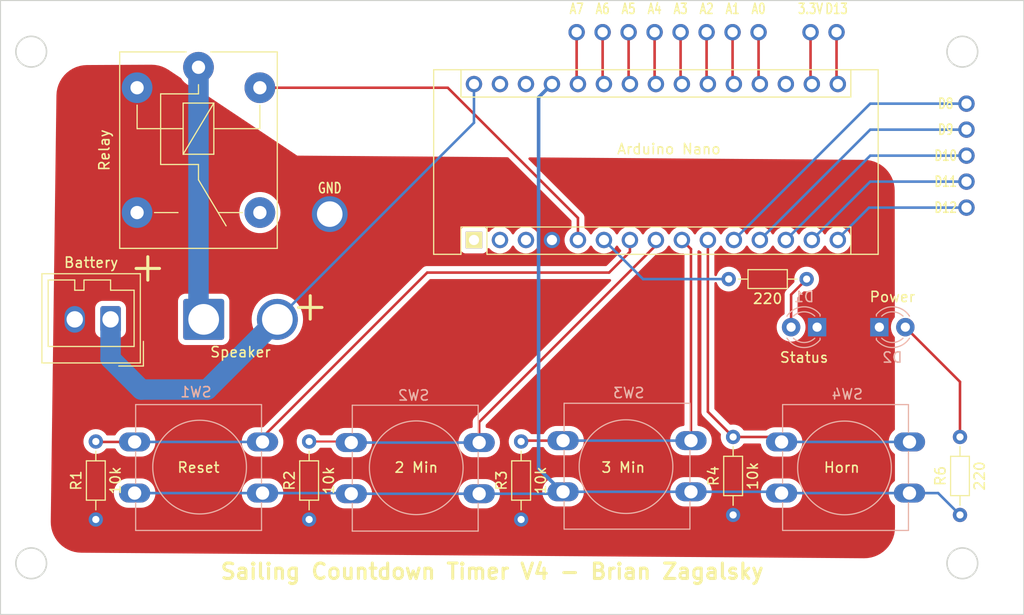
<source format=kicad_pcb>
(kicad_pcb (version 20221018) (generator pcbnew)
  (layers (0 "F.Cu" signal) (31 "B.Cu" signal) (34 "B.Paste" user) (35 "F.Paste" user) (36 "B.SilkS" user "B.Silkscreen") (37 "F.SilkS" user "F.Silkscreen") (38 "B.Mask" user) (39 "F.Mask" user) (44 "Edge.Cuts" user))
  (net 0 "")
  (net 4 "Net-(A1-Pad5)")
  (net 5 "Net-(A1-Pad7)")
  (net 6 "Net-(A1-Pad8)")
  (net 7 "Net-(A1-Pad9)")
  (net 8 "Net-(A1-Pad10)")
  (net 9 "unconnected-(A1-Pad11)")
  (net 10 "unconnected-(A1-Pad12)")
  (net 11 "unconnected-(A1-Pad13)")
  (net 12 "unconnected-(A1-Pad14)")
  (net 13 "unconnected-(A1-Pad15)")
  (net 14 "unconnected-(A1-Pad16)")
  (net 15 "unconnected-(A1-Pad17)")
  (net 17 "unconnected-(A1-Pad19)")
  (net 18 "unconnected-(A1-Pad20)")
  (net 19 "unconnected-(A1-Pad21)")
  (net 20 "unconnected-(A1-Pad22)")
  (net 21 "unconnected-(A1-Pad23)")
  (net 22 "unconnected-(A1-Pad24)")
  (net 23 "unconnected-(A1-Pad25)")
  (net 24 "unconnected-(A1-Pad26)")
  (net 25 "Net-(A1-Pad27)")
  (net 27 "Net-(A1-Pad30)")
  (net 29 "Net-(A1-Pad6)")
  (net 30 "Net-(D1-Pad2)")
  (net 31 "Net-(D2-Pad2)")
  (net 32 "/GND")
  (net 34 "Net-(LS1-Pad1)")
  (footprint "Resistor_THT:R_Axial_DIN0204_L3.6mm_D1.6mm_P7.62mm_Horizontal" (layer "F.Cu") (at 174.677782 101.1555 90)
    (fp_text reference "R4" (at 3.81 -1.92 90) (layer "F.SilkS"))
    (fp_text value "10k" (at 3.81 1.92 90) (layer "F.SilkS"))
    (fp_line (start 0.94 0) (end 1.89 0) (stroke (width 0.12)) (layer "F.SilkS"))
    (fp_line (start 1.89 -0.92) (end 1.89 0.92) (stroke (width 0.12)) (layer "F.SilkS"))
    (fp_line (start 1.89 0.92) (end 5.73 0.92) (stroke (width 0.12)) (layer "F.SilkS"))
    (fp_line (start 5.73 -0.92) (end 1.89 -0.92) (stroke (width 0.12)) (layer "F.SilkS"))
    (fp_line (start 5.73 0.92) (end 5.73 -0.92) (stroke (width 0.12)) (layer "F.SilkS"))
    (fp_line (start 6.68 0) (end 5.73 0) (stroke (width 0.12)) (layer "F.SilkS"))
    (pad "1" thru_hole circle (at 0 0 90) (size 1.4 1.4) (drill 0.7) (layers "*.Cu" "*.Mask") (net 32 "/GND"))
    (pad "2" thru_hole oval (at 7.62 0 90) (size 1.4 1.4) (drill 0.7) (layers "*.Cu" "*.Mask") (net 8 "Net-(A1-Pad10)"))
  )
  (footprint "Arduino_MountingHole:MountingHole_1.2mm" (layer "F.Cu") (at 197.485 63.5 -90)
    (fp_text reference "D9" (at 0 2.032 180) (layer "F.SilkS") (effects (font (size 1 0.75))))
    (fp_text value "MountingHole_1.2mm")
    (pad "" thru_hole circle (at 0 0 270) (size 1.6 1.6) (drill 1) (layers "*.Cu" "*.Mask") (net 10 "unconnected-(A1-Pad12)"))
  )
  (footprint "Arduino_MountingHole:MountingHole_1.2mm" (layer "F.Cu") (at 182.245 53.975)
    (fp_text reference "3.3V" (at 0 -2.286) (layer "F.SilkS") (effects (font (size 1 0.75))))
    (fp_text value "MountingHole_1.2mm")
    (pad "" thru_hole circle (at 0 0) (size 1.6 1.6) (drill 1) (layers "*.Cu" "*.Mask") (net 15 "unconnected-(A1-Pad17)"))
  )
  (footprint "Resistor_THT:R_Axial_DIN0204_L3.6mm_D1.6mm_P7.62mm_Horizontal" (layer "F.Cu") (at 174.244 78.105)
    (fp_text reference "R5")
    (fp_text value "220" (at 3.81 1.92) (layer "F.SilkS"))
    (fp_line (start 0.94 0) (end 1.89 0) (stroke (width 0.12)) (layer "F.SilkS"))
    (fp_line (start 1.89 -0.92) (end 1.89 0.92) (stroke (width 0.12)) (layer "F.SilkS"))
    (fp_line (start 1.89 0.92) (end 5.73 0.92) (stroke (width 0.12)) (layer "F.SilkS"))
    (fp_line (start 5.73 -0.92) (end 1.89 -0.92) (stroke (width 0.12)) (layer "F.SilkS"))
    (fp_line (start 5.73 0.92) (end 5.73 -0.92) (stroke (width 0.12)) (layer "F.SilkS"))
    (fp_line (start 6.68 0) (end 5.73 0) (stroke (width 0.12)) (layer "F.SilkS"))
    (pad "1" thru_hole circle (at 0 0) (size 1.4 1.4) (drill 0.7) (layers "*.Cu" "*.Mask") (net 29 "Net-(A1-Pad6)"))
    (pad "2" thru_hole oval (at 7.62 0) (size 1.4 1.4) (drill 0.7) (layers "*.Cu" "*.Mask") (net 30 "Net-(D1-Pad2)"))
  )
  (footprint "Connector_Wago:Wago_734-132_1x02_P3.50mm_Vertical" (layer "F.Cu") (at 113.836 82.042 180)
    (fp_text reference "V1")
    (fp_text value "Battery" (at 1.9 5.55) (layer "F.SilkS"))
    (fp_line (start -3.21 -4.56) (end -0.8 -4.56) (stroke (width 0.12)) (layer "F.SilkS"))
    (fp_line (start -3.21 -2.15) (end -3.21 -4.56) (stroke (width 0.12)) (layer "F.SilkS"))
    (fp_line (start -2.91 -4.26) (end -2.91 4.46) (stroke (width 0.12)) (layer "F.SilkS"))
    (fp_line (start -2.91 4.46) (end 6.71 4.46) (stroke (width 0.12)) (layer "F.SilkS"))
    (fp_line (start -2.3 -2.65) (end -2.3 2.85) (stroke (width 0.12)) (layer "F.SilkS"))
    (fp_line (start -2.3 2.85) (end 0 2.85) (stroke (width 0.12)) (layer "F.SilkS"))
    (fp_line (start 0 2.85) (end 0 3.85) (stroke (width 0.12)) (layer "F.SilkS"))
    (fp_line (start 0 3.85) (end 2.6 3.85) (stroke (width 0.12)) (layer "F.SilkS"))
    (fp_line (start 2.6 2.85) (end 3.5 2.85) (stroke (width 0.12)) (layer "F.SilkS"))
    (fp_line (start 2.6 3.85) (end 2.6 2.85) (stroke (width 0.12)) (layer "F.SilkS"))
    (fp_line (start 3.5 2.85) (end 3.5 3.85) (stroke (width 0.12)) (layer "F.SilkS"))
    (fp_line (start 3.5 3.85) (end 6.1 3.85) (stroke (width 0.12)) (layer "F.SilkS"))
    (fp_line (start 6.1 -2.65) (end -2.3 -2.65) (stroke (width 0.12)) (layer "F.SilkS"))
    (fp_line (start 6.1 3.85) (end 6.1 -2.65) (stroke (width 0.12)) (layer "F.SilkS"))
    (fp_line (start 6.71 -4.26) (end -2.91 -4.26) (stroke (width 0.12)) (layer "F.SilkS"))
    (fp_line (start 6.71 4.46) (end 6.71 -4.26) (stroke (width 0.12)) (layer "F.SilkS"))
    (pad "1" thru_hole roundrect (at 0 0 180) (size 2 2.6) (drill 1.6) (layers "*.Cu" "*.Mask") (roundrect_rratio 0.125) (net 27 "Net-(A1-Pad30)"))
    (pad "2" thru_hole oval (at 3.5 0 180) (size 2 2.6) (drill 1.6) (layers "*.Cu" "*.Mask") (net 32 "/GND"))
  )
  (footprint "Relay_THT:Relay_SPDT_Finder_36.11" (layer "F.Cu") (at 122.428 57.404 -90)
    (fp_text reference "Relay" (at 8.1 9.2 90) (layer "F.SilkS"))
    (fp_text value "FINDER-36.11")
    (fp_line (start -1.5 -7.7) (end -1.5 -1.2) (stroke (width 0.12)) (layer "F.SilkS"))
    (fp_line (start -1.5 -7.7) (end 17.7 -7.7) (stroke (width 0.12)) (layer "F.SilkS"))
    (fp_line (start -1.5 1.2) (end -1.5 7.7) (stroke (width 0.12)) (layer "F.SilkS"))
    (fp_line (start 2.6 0) (end 1.7 0) (stroke (width 0.12)) (layer "F.SilkS"))
    (fp_line (start 2.6 0) (end 2.6 3.7) (stroke (width 0.12)) (layer "F.SilkS"))
    (fp_line (start 3.5 -1.5) (end 8.5 -1.5) (stroke (width 0.12)) (layer "F.SilkS"))
    (fp_line (start 3.5 1.5) (end 3.5 -1.5) (stroke (width 0.12)) (layer "F.SilkS"))
    (fp_line (start 3.7 6) (end 6 6) (stroke (width 0.12)) (layer "F.SilkS"))
    (fp_line (start 6 -6) (end 3.7 -6) (stroke (width 0.12)) (layer "F.SilkS"))
    (fp_line (start 6 -6) (end 6 -1.5) (stroke (width 0.12)) (layer "F.SilkS"))
    (fp_line (start 6 1.5) (end 6 6) (stroke (width 0.12)) (layer "F.SilkS"))
    (fp_line (start 8.5 -1.5) (end 8.5 1.5) (stroke (width 0.12)) (layer "F.SilkS"))
    (fp_line (start 8.5 1.5) (end 3.5 -1.5) (stroke (width 0.12)) (layer "F.SilkS"))
    (fp_line (start 8.5 1.5) (end 3.5 1.5) (stroke (width 0.12)) (layer "F.SilkS"))
    (fp_line (start 9.5 0) (end 9.5 3.7) (stroke (width 0.12)) (layer "F.SilkS"))
    (fp_line (start 9.5 0) (end 11 0) (stroke (width 0.12)) (layer "F.SilkS"))
    (fp_line (start 9.5 3.7) (end 2.6 3.7) (stroke (width 0.12)) (layer "F.SilkS"))
    (fp_line (start 11 0) (end 15.5 -2.7) (stroke (width 0.12)) (layer "F.SilkS"))
    (fp_line (start 14.2 -4.3) (end 14.2 -2) (stroke (width 0.12)) (layer "F.SilkS"))
    (fp_line (start 14.2 4.3) (end 14.2 2) (stroke (width 0.12)) (layer "F.SilkS"))
    (fp_line (start 17.7 -7.7) (end 17.7 7.7) (stroke (width 0.12)) (layer "F.SilkS"))
    (fp_line (start 17.7 7.7) (end -1.5 7.7) (stroke (width 0.12)) (layer "F.SilkS"))
    (pad "11" thru_hole circle (at 0 0 270) (size 3 3) (drill 1.3) (layers "*.Cu" "*.Mask") (net 34 "Net-(LS1-Pad1)"))
    (pad "12" thru_hole circle (at 14.2 -6 270) (size 3 3) (drill 1.3) (layers "*.Cu" "*.Mask"))
    (pad "14" thru_hole circle (at 14.2 6 270) (size 3 3) (drill 1.3) (layers "*.Cu" "*.Mask") (net 32 "/GND"))
    (pad "A1" thru_hole circle (at 2 6 270) (size 3 3) (drill 1.3) (layers "*.Cu" "*.Mask") (net 32 "/GND"))
    (pad "A2" thru_hole circle (at 2 -6 270) (size 3 3) (drill 1.3) (layers "*.Cu" "*.Mask") (net 4 "Net-(A1-Pad5)"))
  )
  (footprint "Arduino_MountingHole:MountingHole_1.2mm" (layer "F.Cu") (at 164.465 53.975)
    (fp_text reference "A5" (at 0 -2.286) (layer "F.SilkS") (effects (font (size 1 0.75))))
    (fp_text value "MountingHole_1.2mm")
    (pad "" thru_hole circle (at 0 0) (size 1.6 1.6) (drill 1) (layers "*.Cu" "*.Mask") (net 22 "unconnected-(A1-Pad24)"))
  )
  (footprint "Arduino_MountingHole:MountingHole_1.2mm" (layer "F.Cu") (at 174.625 53.975)
    (fp_text reference "A1" (at 0 -2.286) (layer "F.SilkS") (effects (font (size 1 0.75))))
    (fp_text value "MountingHole_1.2mm")
    (pad "" thru_hole circle (at 0 0) (size 1.6 1.6) (drill 1) (layers "*.Cu" "*.Mask") (net 18 "unconnected-(A1-Pad20)"))
  )
  (footprint "Arduino_MountingHole:MountingHole_1.2mm" (layer "F.Cu") (at 167.005 53.975)
    (fp_text reference "A4" (at 0 -2.286) (layer "F.SilkS") (effects (font (size 1 0.75))))
    (fp_text value "MountingHole_1.2mm")
    (pad "" thru_hole circle (at 0 0) (size 1.6 1.6) (drill 1) (layers "*.Cu" "*.Mask") (net 21 "unconnected-(A1-Pad23)"))
  )
  (footprint "Arduino_MountingHole:MountingHole_1.2mm" (layer "F.Cu") (at 172.085 53.975)
    (fp_text reference "A2" (at 0 -2.286) (layer "F.SilkS") (effects (font (size 1 0.75))))
    (fp_text value "MountingHole_1.2mm")
    (pad "" thru_hole circle (at 0 0) (size 1.6 1.6) (drill 1) (layers "*.Cu" "*.Mask") (net 19 "unconnected-(A1-Pad21)"))
  )
  (footprint "Arduino_MountingHole:MountingHole_1.2mm" (layer "F.Cu") (at 197.485 60.96 -90)
    (fp_text reference "D8" (at 0 2.032 180) (layer "F.SilkS") (effects (font (size 1 0.75))))
    (fp_text value "MountingHole_1.2mm")
    (pad "" thru_hole circle (at 0 0 270) (size 1.6 1.6) (drill 1) (layers "*.Cu" "*.Mask") (net 9 "unconnected-(A1-Pad11)"))
  )
  (footprint "Resistor_THT:R_Axial_DIN0204_L3.6mm_D1.6mm_P7.62mm_Horizontal" (layer "F.Cu") (at 153.959188 101.6 90)
    (fp_text reference "R3" (at 3.81 -1.92 90) (layer "F.SilkS"))
    (fp_text value "10k" (at 3.81 1.92 90) (layer "F.SilkS"))
    (fp_line (start 0.94 0) (end 1.89 0) (stroke (width 0.12)) (layer "F.SilkS"))
    (fp_line (start 1.89 -0.92) (end 1.89 0.92) (stroke (width 0.12)) (layer "F.SilkS"))
    (fp_line (start 1.89 0.92) (end 5.73 0.92) (stroke (width 0.12)) (layer "F.SilkS"))
    (fp_line (start 5.73 -0.92) (end 1.89 -0.92) (stroke (width 0.12)) (layer "F.SilkS"))
    (fp_line (start 5.73 0.92) (end 5.73 -0.92) (stroke (width 0.12)) (layer "F.SilkS"))
    (fp_line (start 6.68 0) (end 5.73 0) (stroke (width 0.12)) (layer "F.SilkS"))
    (pad "1" thru_hole circle (at 0 0 90) (size 1.4 1.4) (drill 0.7) (layers "*.Cu" "*.Mask") (net 32 "/GND"))
    (pad "2" thru_hole oval (at 7.62 0 90) (size 1.4 1.4) (drill 0.7) (layers "*.Cu" "*.Mask") (net 7 "Net-(A1-Pad9)"))
  )
  (footprint "Arduino_MountingHole:MountingHole_1.2mm" (layer "F.Cu") (at 197.485 71.12 -90)
    (fp_text reference "D12" (at 0 2.032 180) (layer "F.SilkS") (effects (font (size 1 0.75))))
    (fp_text value "MountingHole_1.2mm")
    (pad "" thru_hole circle (at 0 0 270) (size 1.6 1.6) (drill 1) (layers "*.Cu" "*.Mask") (net 13 "unconnected-(A1-Pad15)"))
  )
  (footprint "Resistor_THT:R_Axial_DIN0204_L3.6mm_D1.6mm_P7.62mm_Horizontal" (layer "F.Cu") (at 133.240594 101.6 90)
    (fp_text reference "R2" (at 3.81 -1.92 90) (layer "F.SilkS"))
    (fp_text value "10k" (at 3.81 1.92 90) (layer "F.SilkS"))
    (fp_line (start 0.94 0) (end 1.89 0) (stroke (width 0.12)) (layer "F.SilkS"))
    (fp_line (start 1.89 -0.92) (end 1.89 0.92) (stroke (width 0.12)) (layer "F.SilkS"))
    (fp_line (start 1.89 0.92) (end 5.73 0.92) (stroke (width 0.12)) (layer "F.SilkS"))
    (fp_line (start 5.73 -0.92) (end 1.89 -0.92) (stroke (width 0.12)) (layer "F.SilkS"))
    (fp_line (start 5.73 0.92) (end 5.73 -0.92) (stroke (width 0.12)) (layer "F.SilkS"))
    (fp_line (start 6.68 0) (end 5.73 0) (stroke (width 0.12)) (layer "F.SilkS"))
    (pad "1" thru_hole circle (at 0 0 90) (size 1.4 1.4) (drill 0.7) (layers "*.Cu" "*.Mask") (net 32 "/GND"))
    (pad "2" thru_hole oval (at 7.62 0 90) (size 1.4 1.4) (drill 0.7) (layers "*.Cu" "*.Mask") (net 6 "Net-(A1-Pad8)"))
  )
  (footprint "Resistor_THT:R_Axial_DIN0204_L3.6mm_D1.6mm_P7.62mm_Horizontal" (layer "F.Cu") (at 112.395 101.6 90)
    (fp_text reference "R1" (at 3.81 -1.92 90) (layer "F.SilkS"))
    (fp_text value "10k" (at 3.81 1.92 90) (layer "F.SilkS"))
    (fp_line (start 0.94 0) (end 1.89 0) (stroke (width 0.12)) (layer "F.SilkS"))
    (fp_line (start 1.89 -0.92) (end 1.89 0.92) (stroke (width 0.12)) (layer "F.SilkS"))
    (fp_line (start 1.89 0.92) (end 5.73 0.92) (stroke (width 0.12)) (layer "F.SilkS"))
    (fp_line (start 5.73 -0.92) (end 1.89 -0.92) (stroke (width 0.12)) (layer "F.SilkS"))
    (fp_line (start 5.73 0.92) (end 5.73 -0.92) (stroke (width 0.12)) (layer "F.SilkS"))
    (fp_line (start 6.68 0) (end 5.73 0) (stroke (width 0.12)) (layer "F.SilkS"))
    (pad "1" thru_hole circle (at 0 0 90) (size 1.4 1.4) (drill 0.7) (layers "*.Cu" "*.Mask") (net 32 "/GND"))
    (pad "2" thru_hole oval (at 7.62 0 90) (size 1.4 1.4) (drill 0.7) (layers "*.Cu" "*.Mask") (net 5 "Net-(A1-Pad7)"))
  )
  (footprint "Arduino_MountingHole:MountingHole_1.2mm" (layer "F.Cu") (at 169.545 53.975)
    (fp_text reference "A3" (at 0 -2.286) (layer "F.SilkS") (effects (font (size 1 0.75))))
    (fp_text value "MountingHole_1.2mm")
    (pad "" thru_hole circle (at 0 0) (size 1.6 1.6) (drill 1) (layers "*.Cu" "*.Mask") (net 20 "unconnected-(A1-Pad22)"))
  )
  (footprint "Connector_Wire:SolderWire-2.5sqmm_1x02_P7.2mm_D2.4mm_OD3.6mm" (layer "F.Cu") (at 122.936 82.042)
    (fp_text reference "LS1")
    (fp_text value "Speaker" (at 3.6 3.2) (layer "F.SilkS"))
    (pad "1" thru_hole roundrect (at 0 0) (size 4 4) (drill 3) (layers "*.Cu" "*.Mask") (roundrect_rratio 0.0625) (net 34 "Net-(LS1-Pad1)"))
    (pad "2" thru_hole circle (at 7.2 0) (size 4 4) (drill 3) (layers "*.Cu" "*.Mask") (net 27 "Net-(A1-Pad30)"))
  )
  (footprint "Arduino_MountingHole:MountingHole_1.2mm" (layer "F.Cu") (at 161.925 53.975)
    (fp_text reference "A6" (at 0 -2.286) (layer "F.SilkS") (effects (font (size 1 0.75))))
    (fp_text value "MountingHole_1.2mm")
    (pad "" thru_hole circle (at 0 0) (size 1.6 1.6) (drill 1) (layers "*.Cu" "*.Mask") (net 23 "unconnected-(A1-Pad25)"))
  )
  (footprint "Arduino_MountingHole:MountingHole_1.2mm" (layer "F.Cu") (at 184.785 53.975)
    (fp_text reference "D13" (at 0 -2.286) (layer "F.SilkS") (effects (font (size 1 0.75))))
    (fp_text value "MountingHole_1.2mm")
    (pad "" thru_hole circle (at 0 0) (size 1.6 1.6) (drill 1) (layers "*.Cu" "*.Mask") (net 14 "unconnected-(A1-Pad16)"))
  )
  (footprint "Arduino_MountingHole:MountingHole_1.2mm" (layer "F.Cu") (at 197.485 66.04 -90)
    (fp_text reference "D10" (at 0 2.032 180) (layer "F.SilkS") (effects (font (size 1 0.75))))
    (fp_text value "MountingHole_1.2mm")
    (pad "" thru_hole circle (at 0 0 270) (size 1.6 1.6) (drill 1) (layers "*.Cu" "*.Mask") (net 11 "unconnected-(A1-Pad13)"))
  )
  (footprint "Module:Arduino_Nano" (layer "F.Cu") (at 149.352 74.285 90)
    (fp_text reference "A1")
    (fp_text value "Arduino Nano" (at 8.89 19.05) (layer "F.SilkS"))
    (fp_line (start -1.4 -3.94) (end -1.4 -1.27) (stroke (width 0.12)) (layer "F.SilkS"))
    (fp_line (start -1.4 1.27) (end -1.4 39.5) (stroke (width 0.12)) (layer "F.SilkS"))
    (fp_line (start -1.4 39.5) (end 16.64 39.5) (stroke (width 0.12)) (layer "F.SilkS"))
    (fp_line (start 1.27 -1.27) (end -1.4 -1.27) (stroke (width 0.12)) (layer "F.SilkS"))
    (fp_line (start 1.27 1.27) (end -1.4 1.27) (stroke (width 0.12)) (layer "F.SilkS"))
    (fp_line (start 1.27 1.27) (end 1.27 -1.27) (stroke (width 0.12)) (layer "F.SilkS"))
    (fp_line (start 1.27 1.27) (end 1.27 36.83) (stroke (width 0.12)) (layer "F.SilkS"))
    (fp_line (start 1.27 36.83) (end -1.4 36.83) (stroke (width 0.12)) (layer "F.SilkS"))
    (fp_line (start 13.97 -1.27) (end 13.97 36.83) (stroke (width 0.12)) (layer "F.SilkS"))
    (fp_line (start 13.97 -1.27) (end 16.64 -1.27) (stroke (width 0.12)) (layer "F.SilkS"))
    (fp_line (start 13.97 36.83) (end 16.64 36.83) (stroke (width 0.12)) (layer "F.SilkS"))
    (fp_line (start 16.64 -3.94) (end -1.4 -3.94) (stroke (width 0.12)) (layer "F.SilkS"))
    (fp_line (start 16.64 39.5) (end 16.64 -3.94) (stroke (width 0.12)) (layer "F.SilkS"))
    (pad "1" thru_hole rect (at 0 0 90) (size 1.6 1.6) (drill 1) (layers "*.Cu" "*.Mask" "F.SilkS"))
    (pad "2" thru_hole oval (at 0 2.54 90) (size 1.6 1.6) (drill 1) (layers "*.Cu" "*.Mask"))
    (pad "3" thru_hole oval (at 0 5.08 90) (size 1.6 1.6) (drill 1) (layers "*.Cu" "*.Mask"))
    (pad "4" thru_hole oval (at 0 7.62 90) (size 1.6 1.6) (drill 1) (layers "*.Cu" "*.Mask") (net 32 "/GND"))
    (pad "5" thru_hole oval (at 0 10.16 90) (size 1.6 1.6) (drill 1) (layers "*.Cu" "*.Mask") (net 4 "Net-(A1-Pad5)"))
    (pad "6" thru_hole oval (at 0 12.7 90) (size 1.6 1.6) (drill 1) (layers "*.Cu" "*.Mask") (net 29 "Net-(A1-Pad6)"))
    (pad "7" thru_hole oval (at 0 15.24 90) (size 1.6 1.6) (drill 1) (layers "*.Cu" "*.Mask") (net 5 "Net-(A1-Pad7)"))
    (pad "8" thru_hole oval (at 0 17.78 90) (size 1.6 1.6) (drill 1) (layers "*.Cu" "*.Mask") (net 6 "Net-(A1-Pad8)"))
    (pad "9" thru_hole oval (at 0 20.32 90) (size 1.6 1.6) (drill 1) (layers "*.Cu" "*.Mask") (net 7 "Net-(A1-Pad9)"))
    (pad "10" thru_hole oval (at 0 22.86 90) (size 1.6 1.6) (drill 1) (layers "*.Cu" "*.Mask") (net 8 "Net-(A1-Pad10)"))
    (pad "11" thru_hole oval (at 0 25.4 90) (size 1.6 1.6) (drill 1) (layers "*.Cu" "*.Mask") (net 9 "unconnected-(A1-Pad11)"))
    (pad "12" thru_hole oval (at 0 27.94 90) (size 1.6 1.6) (drill 1) (layers "*.Cu" "*.Mask") (net 10 "unconnected-(A1-Pad12)"))
    (pad "13" thru_hole oval (at 0 30.48 90) (size 1.6 1.6) (drill 1) (layers "*.Cu" "*.Mask") (net 11 "unconnected-(A1-Pad13)"))
    (pad "14" thru_hole oval (at 0 33.02 90) (size 1.6 1.6) (drill 1) (layers "*.Cu" "*.Mask") (net 12 "unconnected-(A1-Pad14)"))
    (pad "15" thru_hole oval (at 0 35.56 90) (size 1.6 1.6) (drill 1) (layers "*.Cu" "*.Mask") (net 13 "unconnected-(A1-Pad15)"))
    (pad "16" thru_hole oval (at 15.24 35.56 90) (size 1.6 1.6) (drill 1) (layers "*.Cu" "*.Mask") (net 14 "unconnected-(A1-Pad16)"))
    (pad "17" thru_hole oval (at 15.24 33.02 90) (size 1.6 1.6) (drill 1) (layers "*.Cu" "*.Mask") (net 15 "unconnected-(A1-Pad17)"))
    (pad "18" thru_hole oval (at 15.24 30.48 90) (size 1.6 1.6) (drill 1) (layers "*.Cu" "*.Mask"))
    (pad "19" thru_hole oval (at 15.24 27.94 90) (size 1.6 1.6) (drill 1) (layers "*.Cu" "*.Mask") (net 17 "unconnected-(A1-Pad19)"))
    (pad "20" thru_hole oval (at 15.24 25.4 90) (size 1.6 1.6) (drill 1) (layers "*.Cu" "*.Mask") (net 18 "unconnected-(A1-Pad20)"))
    (pad "21" thru_hole oval (at 15.24 22.86 90) (size 1.6 1.6) (drill 1) (layers "*.Cu" "*.Mask") (net 19 "unconnected-(A1-Pad21)"))
    (pad "22" thru_hole oval (at 15.24 20.32 90) (size 1.6 1.6) (drill 1) (layers "*.Cu" "*.Mask") (net 20 "unconnected-(A1-Pad22)"))
    (pad "23" thru_hole oval (at 15.24 17.78 90) (size 1.6 1.6) (drill 1) (layers "*.Cu" "*.Mask") (net 21 "unconnected-(A1-Pad23)"))
    (pad "24" thru_hole oval (at 15.24 15.24 90) (size 1.6 1.6) (drill 1) (layers "*.Cu" "*.Mask") (net 22 "unconnected-(A1-Pad24)"))
    (pad "25" thru_hole oval (at 15.24 12.7 90) (size 1.6 1.6) (drill 1) (layers "*.Cu" "*.Mask") (net 23 "unconnected-(A1-Pad25)"))
    (pad "26" thru_hole oval (at 15.24 10.16 90) (size 1.6 1.6) (drill 1) (layers "*.Cu" "*.Mask") (net 24 "unconnected-(A1-Pad26)"))
    (pad "27" thru_hole oval (at 15.24 7.62 90) (size 1.6 1.6) (drill 1) (layers "*.Cu" "*.Mask") (net 25 "Net-(A1-Pad27)"))
    (pad "28" thru_hole oval (at 15.24 5.08 90) (size 1.6 1.6) (drill 1) (layers "*.Cu" "*.Mask"))
    (pad "29" thru_hole oval (at 15.24 2.54 90) (size 1.6 1.6) (drill 1) (layers "*.Cu" "*.Mask"))
    (pad "30" thru_hole oval (at 15.24 0 90) (size 1.6 1.6) (drill 1) (layers "*.Cu" "*.Mask") (net 27 "Net-(A1-Pad30)"))
  )
  (footprint "Arduino_MountingHole:MountingHole_1.2mm" (layer "F.Cu") (at 177.165 53.975)
    (fp_text reference "A0" (at 0 -2.286) (layer "F.SilkS") (effects (font (size 1 0.75))))
    (fp_text value "MountingHole_1.2mm")
    (pad "" thru_hole circle (at 0 0) (size 1.6 1.6) (drill 1) (layers "*.Cu" "*.Mask") (net 17 "unconnected-(A1-Pad19)"))
  )
  (footprint "Arduino_MountingHole:MountingHole_1.2mm" (layer "F.Cu") (at 159.385 53.975)
    (fp_text reference "A7" (at 0 -2.286) (layer "F.SilkS") (effects (font (size 1 0.75))))
    (fp_text value "MountingHole_1.2mm")
    (pad "" thru_hole circle (at 0 0) (size 1.6 1.6) (drill 1) (layers "*.Cu" "*.Mask") (net 24 "unconnected-(A1-Pad26)"))
  )
  (footprint "Arduino_MountingHole:MountingHole_1.2mm" (layer "F.Cu") (at 197.485 68.58 -90)
    (fp_text reference "D11" (at 0 2.032 180) (layer "F.SilkS") (effects (font (size 1 0.75))))
    (fp_text value "MountingHole_1.2mm")
    (pad "" thru_hole circle (at 0 0 270) (size 1.6 1.6) (drill 1) (layers "*.Cu" "*.Mask") (net 12 "unconnected-(A1-Pad14)"))
  )
  (footprint "Arduino_MountingHole:MountingHole_1.2mm" (layer "F.Cu") (at 135.255 71.755)
    (fp_text reference "GND" (at 0 -2.54) (layer "F.SilkS") (effects (font (size 1 0.75))))
    (fp_text value "MountingHole_1.2mm")
    (pad "" thru_hole circle (at 0 0) (size 3.5 3.5) (drill 2.5) (layers "*.Cu" "*.Mask") (net 32 "/GND"))
  )
  (footprint "Resistor_THT:R_Axial_DIN0204_L3.6mm_D1.6mm_P7.62mm_Horizontal" (layer "F.Cu") (at 196.85 101.1555 90)
    (fp_text reference "R6" (at 3.81 -1.92 90) (layer "F.SilkS"))
    (fp_text value "220" (at 3.81 1.92 90) (layer "F.SilkS"))
    (fp_line (start 0.94 0) (end 1.89 0) (stroke (width 0.12)) (layer "F.SilkS"))
    (fp_line (start 1.89 -0.92) (end 1.89 0.92) (stroke (width 0.12)) (layer "F.SilkS"))
    (fp_line (start 1.89 0.92) (end 5.73 0.92) (stroke (width 0.12)) (layer "F.SilkS"))
    (fp_line (start 5.73 -0.92) (end 1.89 -0.92) (stroke (width 0.12)) (layer "F.SilkS"))
    (fp_line (start 5.73 0.92) (end 5.73 -0.92) (stroke (width 0.12)) (layer "F.SilkS"))
    (fp_line (start 6.68 0) (end 5.73 0) (stroke (width 0.12)) (layer "F.SilkS"))
    (pad "1" thru_hole circle (at 0 0 90) (size 1.4 1.4) (drill 0.7) (layers "*.Cu" "*.Mask") (net 25 "Net-(A1-Pad27)"))
    (pad "2" thru_hole oval (at 7.62 0 90) (size 1.4 1.4) (drill 0.7) (layers "*.Cu" "*.Mask") (net 31 "Net-(D2-Pad2)"))
  )
  (footprint "Button_Switch_THT:SW_PUSH-12mm" (layer "B.Cu") (at 191.914 94.02 180)
    (fp_text reference "SW4" (at 6.08 4.66) (layer "B.SilkS") (effects (justify mirror)))
    (fp_text value "Horn" (at 6.62 -2.5) (layer "F.SilkS"))
    (fp_line (start 0.1 -8.65) (end 0.1 -5.93) (stroke (width 0.12)) (layer "B.SilkS"))
    (fp_line (start 0.1 -4.07) (end 0.1 -0.93) (stroke (width 0.12)) (layer "B.SilkS"))
    (fp_line (start 0.1 0.93) (end 0.1 3.65) (stroke (width 0.12)) (layer "B.SilkS"))
    (fp_line (start 0.1 3.65) (end 12.4 3.65) (stroke (width 0.12)) (layer "B.SilkS"))
    (fp_line (start 12.4 -8.65) (end 0.1 -8.65) (stroke (width 0.12)) (layer "B.SilkS"))
    (fp_line (start 12.4 -5.93) (end 12.4 -8.65) (stroke (width 0.12)) (layer "B.SilkS"))
    (fp_line (start 12.4 -0.93) (end 12.4 -4.07) (stroke (width 0.12)) (layer "B.SilkS"))
    (fp_line (start 12.4 3.65) (end 12.4 0.93) (stroke (width 0.12)) (layer "B.SilkS"))
    (fp_circle (center 6.35 -2.54) (end 10.16 -5.08) (stroke (width 0.12)) (fill none) (layer "B.SilkS"))
    (pad "1" thru_hole oval (at 0 0 180) (size 3.048 1.85) (drill 1.3) (layers "*.Cu" "*.Mask") (net 8 "Net-(A1-Pad10)"))
    (pad "1" thru_hole oval (at 12.5 0 180) (size 3.048 1.85) (drill 1.3) (layers "*.Cu" "*.Mask") (net 8 "Net-(A1-Pad10)"))
    (pad "2" thru_hole oval (at 0 -5 180) (size 3.048 1.85) (drill 1.3) (layers "*.Cu" "*.Mask") (net 25 "Net-(A1-Pad27)"))
    (pad "2" thru_hole oval (at 12.5 -5 180) (size 3.048 1.85) (drill 1.3) (layers "*.Cu" "*.Mask") (net 25 "Net-(A1-Pad27)"))
  )
  (footprint "LED_THT:LED_D3.0mm" (layer "B.Cu") (at 188.971 82.804)
    (fp_text reference "D2" (at 1.27 2.96) (layer "B.SilkS") (effects (justify mirror)))
    (fp_text value "Power" (at 1.27 -2.96) (layer "F.SilkS"))
    (fp_line (start -0.29 -1.08) (end -0.29 -1.236) (stroke (width 0.12)) (layer "B.SilkS"))
    (fp_line (start -0.29 1.236) (end -0.29 1.08) (stroke (width 0.12)) (layer "B.SilkS"))
    (fp_arc (start -0.29 -1.235516) (mid 1.366487 -1.987659) (end 2.942335 -1.078608) (stroke (width 0.12)) (layer "B.SilkS"))
    (fp_arc (start 0.229039 -1.08) (mid 1.270117 -1.5) (end 2.31113 -1.079837) (stroke (width 0.12)) (layer "B.SilkS"))
    (fp_arc (start 2.31113 1.079837) (mid 1.270117 1.5) (end 0.229039 1.08) (stroke (width 0.12)) (layer "B.SilkS"))
    (fp_arc (start 2.942335 1.078608) (mid 1.366487 1.987659) (end -0.29 1.235516) (stroke (width 0.12)) (layer "B.SilkS"))
    (pad "1" thru_hole rect (at 0 0) (size 1.8 1.8) (drill 0.9) (layers "*.Cu" "*.Mask") (net 32 "/GND"))
    (pad "2" thru_hole circle (at 2.54 0) (size 1.8 1.8) (drill 0.9) (layers "*.Cu" "*.Mask") (net 31 "Net-(D2-Pad2)"))
  )
  (footprint "LED_THT:LED_D3.0mm" (layer "B.Cu") (at 182.885 82.804 180)
    (fp_text reference "D1" (at 1.27 2.96) (layer "B.SilkS") (effects (justify mirror)))
    (fp_text value "Status" (at 1.27 -2.96) (layer "F.SilkS"))
    (fp_line (start -0.29 -1.08) (end -0.29 -1.236) (stroke (width 0.12)) (layer "B.SilkS"))
    (fp_line (start -0.29 1.236) (end -0.29 1.08) (stroke (width 0.12)) (layer "B.SilkS"))
    (fp_arc (start -0.29 -1.235516) (mid 1.366487 -1.987659) (end 2.942335 -1.078608) (stroke (width 0.12)) (layer "B.SilkS"))
    (fp_arc (start 0.229039 -1.08) (mid 1.270117 -1.5) (end 2.31113 -1.079837) (stroke (width 0.12)) (layer "B.SilkS"))
    (fp_arc (start 2.31113 1.079837) (mid 1.270117 1.5) (end 0.229039 1.08) (stroke (width 0.12)) (layer "B.SilkS"))
    (fp_arc (start 2.942335 1.078608) (mid 1.366487 1.987659) (end -0.29 1.235516) (stroke (width 0.12)) (layer "B.SilkS"))
    (pad "1" thru_hole rect (at 0 0 180) (size 1.8 1.8) (drill 0.9) (layers "*.Cu" "*.Mask") (net 32 "/GND"))
    (pad "2" thru_hole circle (at 2.54 0 180) (size 1.8 1.8) (drill 0.9) (layers "*.Cu" "*.Mask") (net 30 "Net-(D1-Pad2)"))
  )
  (footprint "Button_Switch_THT:SW_PUSH-12mm" (layer "B.Cu") (at 170.558485 93.893 180)
    (fp_text reference "SW3" (at 6.08 4.66) (layer "B.SilkS") (effects (justify mirror)))
    (fp_text value "3 Min" (at 6.62 -2.627) (layer "F.SilkS"))
    (fp_line (start 0.1 -8.65) (end 0.1 -5.93) (stroke (width 0.12)) (layer "B.SilkS"))
    (fp_line (start 0.1 -4.07) (end 0.1 -0.93) (stroke (width 0.12)) (layer "B.SilkS"))
    (fp_line (start 0.1 0.93) (end 0.1 3.65) (stroke (width 0.12)) (layer "B.SilkS"))
    (fp_line (start 0.1 3.65) (end 12.4 3.65) (stroke (width 0.12)) (layer "B.SilkS"))
    (fp_line (start 12.4 -8.65) (end 0.1 -8.65) (stroke (width 0.12)) (layer "B.SilkS"))
    (fp_line (start 12.4 -5.93) (end 12.4 -8.65) (stroke (width 0.12)) (layer "B.SilkS"))
    (fp_line (start 12.4 -0.93) (end 12.4 -4.07) (stroke (width 0.12)) (layer "B.SilkS"))
    (fp_line (start 12.4 3.65) (end 12.4 0.93) (stroke (width 0.12)) (layer "B.SilkS"))
    (fp_circle (center 6.35 -2.54) (end 10.16 -5.08) (stroke (width 0.12)) (fill none) (layer "B.SilkS"))
    (pad "1" thru_hole oval (at 0 0 180) (size 3.048 1.85) (drill 1.3) (layers "*.Cu" "*.Mask") (net 7 "Net-(A1-Pad9)"))
    (pad "1" thru_hole oval (at 12.5 0 180) (size 3.048 1.85) (drill 1.3) (layers "*.Cu" "*.Mask") (net 7 "Net-(A1-Pad9)"))
    (pad "2" thru_hole oval (at 0 -5 180) (size 3.048 1.85) (drill 1.3) (layers "*.Cu" "*.Mask") (net 25 "Net-(A1-Pad27)"))
    (pad "2" thru_hole oval (at 12.5 -5 180) (size 3.048 1.85) (drill 1.3) (layers "*.Cu" "*.Mask") (net 25 "Net-(A1-Pad27)"))
  )
  (footprint "Button_Switch_THT:SW_PUSH-12mm" (layer "B.Cu") (at 116.188 99.02)
    (fp_text reference "SW1" (at 5.986 -9.866) (layer "B.SilkS") (effects (justify mirror)))
    (fp_text value "Reset" (at 6.24 -2.5) (layer "F.SilkS"))
    (fp_line (start 0.1 -8.65) (end 0.1 -5.93) (stroke (width 0.12)) (layer "B.SilkS"))
    (fp_line (start 0.1 -4.07) (end 0.1 -0.93) (stroke (width 0.12)) (layer "B.SilkS"))
    (fp_line (start 0.1 0.93) (end 0.1 3.65) (stroke (width 0.12)) (layer "B.SilkS"))
    (fp_line (start 0.1 3.65) (end 12.4 3.65) (stroke (width 0.12)) (layer "B.SilkS"))
    (fp_line (start 12.4 -8.65) (end 0.1 -8.65) (stroke (width 0.12)) (layer "B.SilkS"))
    (fp_line (start 12.4 -5.93) (end 12.4 -8.65) (stroke (width 0.12)) (layer "B.SilkS"))
    (fp_line (start 12.4 -0.93) (end 12.4 -4.07) (stroke (width 0.12)) (layer "B.SilkS"))
    (fp_line (start 12.4 3.65) (end 12.4 0.93) (stroke (width 0.12)) (layer "B.SilkS"))
    (fp_circle (center 6.35 -2.54) (end 10.16 -5.08) (stroke (width 0.12)) (fill none) (layer "B.SilkS"))
    (pad "1" thru_hole oval (at 0 0) (size 3.048 1.85) (drill 1.3) (layers "*.Cu" "*.Mask") (net 25 "Net-(A1-Pad27)"))
    (pad "1" thru_hole oval (at 12.5 0) (size 3.048 1.85) (drill 1.3) (layers "*.Cu" "*.Mask") (net 25 "Net-(A1-Pad27)"))
    (pad "2" thru_hole oval (at 0 -5) (size 3.048 1.85) (drill 1.3) (layers "*.Cu" "*.Mask") (net 5 "Net-(A1-Pad7)"))
    (pad "2" thru_hole oval (at 12.5 -5) (size 3.048 1.85) (drill 1.3) (layers "*.Cu" "*.Mask") (net 5 "Net-(A1-Pad7)"))
  )
  (footprint "Button_Switch_THT:SW_PUSH-12mm" (layer "B.Cu") (at 137.359891 99.0835)
    (fp_text reference "SW2" (at 6.096 -9.612) (layer "B.SilkS") (effects (justify mirror)))
    (fp_text value "2 Min" (at 6.35 -2.5635) (layer "F.SilkS"))
    (fp_line (start 0.1 -8.65) (end 0.1 -5.93) (stroke (width 0.12)) (layer "B.SilkS"))
    (fp_line (start 0.1 -4.07) (end 0.1 -0.93) (stroke (width 0.12)) (layer "B.SilkS"))
    (fp_line (start 0.1 0.93) (end 0.1 3.65) (stroke (width 0.12)) (layer "B.SilkS"))
    (fp_line (start 0.1 3.65) (end 12.4 3.65) (stroke (width 0.12)) (layer "B.SilkS"))
    (fp_line (start 12.4 -8.65) (end 0.1 -8.65) (stroke (width 0.12)) (layer "B.SilkS"))
    (fp_line (start 12.4 -5.93) (end 12.4 -8.65) (stroke (width 0.12)) (layer "B.SilkS"))
    (fp_line (start 12.4 -0.93) (end 12.4 -4.07) (stroke (width 0.12)) (layer "B.SilkS"))
    (fp_line (start 12.4 3.65) (end 12.4 0.93) (stroke (width 0.12)) (layer "B.SilkS"))
    (fp_circle (center 6.35 -2.54) (end 10.16 -5.08) (stroke (width 0.12)) (fill none) (layer "B.SilkS"))
    (pad "1" thru_hole oval (at 0 0) (size 3.048 1.85) (drill 1.3) (layers "*.Cu" "*.Mask") (net 25 "Net-(A1-Pad27)"))
    (pad "1" thru_hole oval (at 12.5 0) (size 3.048 1.85) (drill 1.3) (layers "*.Cu" "*.Mask") (net 25 "Net-(A1-Pad27)"))
    (pad "2" thru_hole oval (at 0 -5) (size 3.048 1.85) (drill 1.3) (layers "*.Cu" "*.Mask") (net 6 "Net-(A1-Pad8)"))
    (pad "2" thru_hole oval (at 12.5 -5) (size 3.048 1.85) (drill 1.3) (layers "*.Cu" "*.Mask") (net 6 "Net-(A1-Pad8)"))
  )
  (gr_circle (center 197.08 55.88) (end 198.58 55.88) (stroke (width 0.15)) (fill none) (layer "Edge.Cuts"))
  (gr_circle (center 106.08 55.88) (end 107.58 55.88) (stroke (width 0.15)) (fill none) (layer "Edge.Cuts"))
  (gr_circle (center 106.08 105.88) (end 107.58 105.88) (stroke (width 0.15)) (fill none) (layer "Edge.Cuts"))
  (gr_circle (center 197.08 105.88) (end 198.58 105.88) (stroke (width 0.15)) (fill none) (layer "Edge.Cuts"))
  (gr_rect (start 103.08 50.88) (end 203.08 110.88) (stroke (width 0.1)) (fill none) (layer "Edge.Cuts"))
  (gr_text "Sailing Countdown Timer V4 - Brian Zagalsky" (at 151.13 106.68) (layer "F.SilkS") (effects (font (size 1.5 1.5) (thickness 0.3))))
  (gr_text "+" (at 117.475 76.835) (layer "F.SilkS") (effects (font (size 3 3) (thickness 0.3))))
  (gr_text "+" (at 133.35 80.645) (layer "F.SilkS") (effects (font (size 3 3) (thickness 0.3))))
  (segment (start 128.428 59.404) (end 146.79 59.404) (width 0.25) (layer "F.Cu") (net 4))
  (segment (start 146.79 59.404) (end 159.512 72.126) (width 0.25) (layer "F.Cu") (net 4))
  (segment (start 159.512 74.285) (end 159.512 72.126) (width 0.25) (layer "F.Cu") (net 4))
  (segment (start 128.688 94.02) (end 128.688 93.562) (width 0.25) (layer "F.Cu") (net 5))
  (segment (start 164.592 75.438) (end 164.592 74.285) (width 0.25) (layer "F.Cu") (net 5))
  (segment (start 112.435 94.02) (end 112.395 93.98) (width 0.25) (layer "F.Cu") (net 5))
  (segment (start 144.78 77.47) (end 162.56 77.47) (width 0.25) (layer "F.Cu") (net 5))
  (segment (start 162.56 77.47) (end 164.592 75.438) (width 0.25) (layer "F.Cu") (net 5))
  (segment (start 128.688 93.562) (end 144.78 77.47) (width 0.25) (layer "F.Cu") (net 5))
  (segment (start 116.188 94.02) (end 112.435 94.02) (width 0.25) (layer "F.Cu") (net 5))
  (segment (start 116.188 94.02) (end 128.688 94.02) (width 0.25) (layer "B.Cu") (net 5))
  (segment (start 137.256391 93.98) (end 137.359891 94.0835) (width 0.2) (layer "F.Cu") (net 6))
  (segment (start 149.859891 94.0835) (end 149.859891 92.075109) (width 0.25) (layer "F.Cu") (net 6))
  (segment (start 149.859891 92.075109) (end 167.132 74.803) (width 0.25) (layer "F.Cu") (net 6))
  (segment (start 133.240594 93.98) (end 137.256391 93.98) (width 0.2) (layer "F.Cu") (net 6))
  (segment (start 137.359891 94.0835) (end 149.859891 94.0835) (width 0.25) (layer "B.Cu") (net 6))
  (segment (start 170.558485 93.893) (end 170.558485 75.171485) (width 0.25) (layer "F.Cu") (net 7))
  (segment (start 158.058485 93.893) (end 154.507188 93.893) (width 0.25) (layer "F.Cu") (net 7))
  (segment (start 170.558485 75.171485) (end 169.672 74.285) (width 0.25) (layer "F.Cu") (net 7))
  (segment (start 170.558485 93.893) (end 158.058485 93.893) (width 0.25) (layer "B.Cu") (net 7))
  (segment (start 174.677782 93.5355) (end 172.212 91.069718) (width 0.25) (layer "F.Cu") (net 8))
  (segment (start 174.677782 93.5355) (end 178.9295 93.5355) (width 0.25) (layer "F.Cu") (net 8))
  (segment (start 178.9295 93.5355) (end 179.414 94.02) (width 0.25) (layer "F.Cu") (net 8))
  (segment (start 172.212 91.069718) (end 172.212 74.285) (width 0.25) (layer "F.Cu") (net 8))
  (segment (start 179.414 94.02) (end 191.914 94.02) (width 0.25) (layer "B.Cu") (net 8))
  (segment (start 188.077 60.96) (end 174.752 74.285) (width 0.25) (layer "B.Cu") (net 9))
  (segment (start 197.485 60.96) (end 188.077 60.96) (width 0.25) (layer "B.Cu") (net 9))
  (segment (start 188.077 63.5) (end 177.292 74.285) (width 0.25) (layer "B.Cu") (net 10))
  (segment (start 197.485 63.5) (end 188.077 63.5) (width 0.25) (layer "B.Cu") (net 10))
  (segment (start 188.077 66.04) (end 197.485 66.04) (width 0.25) (layer "B.Cu") (net 11))
  (segment (start 179.832 74.285) (end 188.077 66.04) (width 0.25) (layer "B.Cu") (net 11))
  (segment (start 188.077 68.58) (end 182.372 74.285) (width 0.25) (layer "B.Cu") (net 12))
  (segment (start 197.485 68.58) (end 188.077 68.58) (width 0.25) (layer "B.Cu") (net 12))
  (segment (start 184.912 74.285) (end 184.912 74.168) (width 0.25) (layer "B.Cu") (net 13))
  (segment (start 187.96 71.12) (end 197.485 71.12) (width 0.25) (layer "B.Cu") (net 13))
  (segment (start 184.912 74.168) (end 187.96 71.12) (width 0.25) (layer "B.Cu") (net 13))
  (segment (start 184.785 53.975) (end 184.785 58.918) (width 0.25) (layer "F.Cu") (net 14))
  (segment (start 184.785 58.918) (end 184.912 59.045) (width 0.25) (layer "F.Cu") (net 14))
  (segment (start 182.245 53.975) (end 182.245 58.918) (width 0.25) (layer "F.Cu") (net 15))
  (segment (start 182.245 58.918) (end 182.372 59.045) (width 0.25) (layer "F.Cu") (net 15))
  (segment (start 177.165 58.918) (end 177.292 59.045) (width 0.25) (layer "F.Cu") (net 17))
  (segment (start 177.165 53.975) (end 177.165 58.918) (width 0.25) (layer "F.Cu") (net 17))
  (segment (start 174.625 58.918) (end 174.752 59.045) (width 0.25) (layer "F.Cu") (net 18))
  (segment (start 174.625 53.975) (end 174.625 58.918) (width 0.25) (layer "F.Cu") (net 18))
  (segment (start 172.085 53.975) (end 172.085 58.918) (width 0.25) (layer "F.Cu") (net 19))
  (segment (start 172.085 58.918) (end 172.212 59.045) (width 0.25) (layer "F.Cu") (net 19))
  (segment (start 169.545 58.918) (end 169.672 59.045) (width 0.25) (layer "F.Cu") (net 20))
  (segment (start 169.545 53.975) (end 169.545 58.918) (width 0.25) (layer "F.Cu") (net 20))
  (segment (start 167.005 53.975) (end 167.005 58.918) (width 0.25) (layer "F.Cu") (net 21))
  (segment (start 167.005 58.918) (end 167.132 59.045) (width 0.25) (layer "F.Cu") (net 21))
  (segment (start 164.465 53.975) (end 164.465 58.918) (width 0.25) (layer "F.Cu") (net 22))
  (segment (start 164.465 58.918) (end 164.592 59.045) (width 0.25) (layer "F.Cu") (net 22))
  (segment (start 161.925 53.975) (end 161.925 58.918) (width 0.25) (layer "F.Cu") (net 23))
  (segment (start 161.925 58.918) (end 162.052 59.045) (width 0.25) (layer "F.Cu") (net 23))
  (segment (start 159.385 58.918) (end 159.512 59.045) (width 0.25) (layer "F.Cu") (net 24))
  (segment (start 159.385 53.975) (end 159.385 58.918) (width 0.25) (layer "F.Cu") (net 24))
  (segment (start 137.359891 99.0835) (end 149.859891 99.0835) (width 0.25) (layer "B.Cu") (net 25))
  (segment (start 179.414 99.02) (end 191.914 99.02) (width 0.25) (layer "B.Cu") (net 25))
  (segment (start 157.867985 99.0835) (end 158.058485 98.893) (width 0.25) (layer "B.Cu") (net 25))
  (segment (start 149.859891 99.0835) (end 157.867985 99.0835) (width 0.25) (layer "B.Cu") (net 25))
  (segment (start 128.688 99.02) (end 137.296391 99.02) (width 0.25) (layer "B.Cu") (net 25))
  (segment (start 158.058485 98.893) (end 170.558485 98.893) (width 0.25) (layer "B.Cu") (net 25))
  (segment (start 155.666757 60.350243) (end 155.666757 96.611757) (width 0.35) (layer "B.Cu") (net 25))
  (segment (start 155.666757 96.611757) (end 158.023242 98.968242) (width 0.35) (layer "B.Cu") (net 25))
  (segment (start 191.914 99.02) (end 194.7145 99.02) (width 0.25) (layer "B.Cu") (net 25))
  (segment (start 170.558485 98.893) (end 179.287 98.893) (width 0.25) (layer "B.Cu") (net 25))
  (segment (start 179.287 98.893) (end 179.414 99.02) (width 0.25) (layer "B.Cu") (net 25))
  (segment (start 137.296391 99.02) (end 137.359891 99.0835) (width 0.25) (layer "B.Cu") (net 25))
  (segment (start 116.188 99.02) (end 128.688 99.02) (width 0.25) (layer "B.Cu") (net 25))
  (segment (start 156.936757 59.080243) (end 155.666757 60.350243) (width 0.35) (layer "B.Cu") (net 25))
  (segment (start 194.7145 99.02) (end 196.85 101.1555) (width 0.25) (layer "B.Cu") (net 25))
  (segment (start 130.136 82.042) (end 149.352 62.826) (width 0.25) (layer "B.Cu") (net 27))
  (segment (start 113.836 85.896) (end 116.84 88.9) (width 2) (layer "B.Cu") (net 27))
  (segment (start 116.84 88.9) (end 123.278 88.9) (width 2) (layer "B.Cu") (net 27))
  (segment (start 123.278 88.9) (end 130.136 82.042) (width 2) (layer "B.Cu") (net 27))
  (segment (start 113.836 82.042) (end 113.836 85.896) (width 2) (layer "B.Cu") (net 27))
  (segment (start 149.352 59.045) (end 149.352 62.826) (width 0.25) (layer "B.Cu") (net 27))
  (segment (start 165.872 78.105) (end 174.244 78.105) (width 0.25) (layer "B.Cu") (net 29))
  (segment (start 162.052 74.285) (end 165.872 78.105) (width 0.25) (layer "B.Cu") (net 29))
  (segment (start 180.345 79.624) (end 180.345 82.804) (width 0.25) (layer "F.Cu") (net 30))
  (segment (start 181.864 78.105) (end 180.345 79.624) (width 0.25) (layer "F.Cu") (net 30))
  (segment (start 196.85 88.143) (end 196.85 93.5355) (width 0.25) (layer "F.Cu") (net 31))
  (segment (start 191.511 82.804) (end 196.85 88.143) (width 0.25) (layer "F.Cu") (net 31))
  (segment (start 122.428 57.404) (end 122.428 81.534) (width 2) (layer "B.Cu") (net 34))
  (segment (start 122.428 81.534) (end 122.936 82.042) (width 0.25) (layer "B.Cu") (net 34))
  (zone (net 32) (net_name "/GND") (layer "F.Cu") (priority 1) (connect_pads yes (clearance 0.508)) (min_thickness 0.254) (fill yes (thermal_gap 0.508) (thermal_bridge_width 0.508) (smoothing fillet) (radius 3))
    (polygon (pts (xy 190.469442 66.474554) (xy 190.5 105.41) (xy 107.949322 104.825791) (xy 108.584322 57.200791) (xy 118.745 57.15) (xy 132.08 66.04)))
  )
)
</source>
